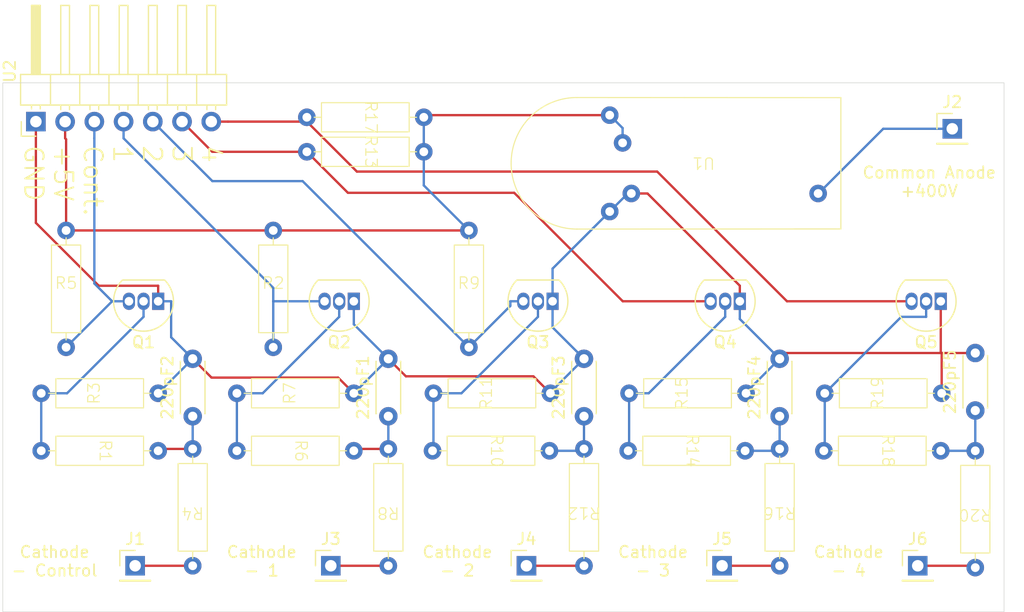
<source format=kicad_pcb>
(kicad_pcb (version 20240108) (generator "pcbnew") (generator_version "8.0")
  (layers (0 "F.Cu" signal) (31 "B.Cu" signal) (34 "B.Paste" user) (35 "F.Paste" user) (36 "B.SilkS" user "B.Silkscreen") (37 "F.SilkS" user "F.Silkscreen") (38 "B.Mask" user) (39 "F.Mask" user) (44 "Edge.Cuts" user))
  (net 0 "")
  (net 1 "Net-(220pF1-Pad1)")
  (net 2 "Net-(U1-CONTROL)")
  (net 3 "Net-(Q1-E)")
  (net 4 "Net-(220pF2-Pad1)")
  (net 5 "Net-(J1-Pin_1)")
  (net 6 "Net-(J2-Pin_1)")
  (net 7 "Net-(J3-Pin_1)")
  (net 8 "Net-(Q1-B)")
  (net 9 "Net-(Q1-C)")
  (net 10 "Net-(Q2-C)")
  (net 11 "Net-(Q2-B)")
  (net 12 "Net-(220pF3-Pad1)")
  (net 13 "Net-(220pF4-Pad1)")
  (net 14 "Net-(220pF5-Pad1)")
  (net 15 "Net-(J4-Pin_1)")
  (net 16 "Net-(J5-Pin_1)")
  (net 17 "Net-(J6-Pin_1)")
  (net 18 "Net-(Q3-C)")
  (net 19 "Net-(Q3-B)")
  (net 20 "Net-(Q4-B)")
  (net 21 "Net-(Q4-C)")
  (net 22 "Net-(Q5-B)")
  (net 23 "Net-(Q5-C)")
  (footprint "custom_footprint_library:0.4_pitch_resistor" (layer "F.Cu") (at 133 105.08 180)
    (property "Reference" "R20" (at 0 -0.5 180) (layer "F.SilkS") (effects (font (thickness 0.1))))
    (property "Value" "4.7M")
    (fp_line (start 0 4.445) (end 0 3.81) (stroke (width 0.1)) (layer "F.SilkS"))
    (fp_line (start 0 -3.81) (end 0 -4.445) (stroke (width 0.1)) (layer "F.SilkS"))
    (fp_rect (start -1.27 -3.81) (end 1.27 3.81) (stroke (width 0.1)) (fill none) (layer "F.SilkS"))
    (pad "1" thru_hole circle (at 0 -5.08 180) (size 1.524 1.524) (drill 0.762) (layers "*.Cu" "*.Mask") (net 17 "Net-(J6-Pin_1)"))
    (pad "2" thru_hole circle (at 0 5.08 180) (size 1.524 1.524) (drill 0.762) (layers "*.Cu" "*.Mask") (net 14 "Net-(220pF5-Pad1)"))
  )
  (footprint "custom_footprint_library:0.4_pitch_resistor" (layer "F.Cu") (at 73.92 100 -90)
    (property "Reference" "R6" (at 0 -0.5 -90) (layer "F.SilkS") (effects (font (thickness 0.1))))
    (property "Value" "22K")
    (fp_line (start 0 4.445) (end 0 3.81) (stroke (width 0.1)) (layer "F.SilkS"))
    (fp_line (start 0 -3.81) (end 0 -4.445) (stroke (width 0.1)) (layer "F.SilkS"))
    (fp_rect (start -1.27 -3.81) (end 1.27 3.81) (stroke (width 0.1)) (fill none) (layer "F.SilkS"))
    (pad "1" thru_hole circle (at 0 -5.08 270) (size 1.524 1.524) (drill 0.762) (layers "*.Cu" "*.Mask") (net 1 "Net-(220pF1-Pad1)"))
    (pad "2" thru_hole circle (at 0 5.08 270) (size 1.524 1.524) (drill 0.762) (layers "*.Cu" "*.Mask") (net 11 "Net-(Q2-B)"))
  )
  (footprint "custom_footprint_library:0.4_pitch_resistor" (layer "F.Cu") (at 90.92 100 -90)
    (property "Reference" "R10" (at 0 -0.5 -90) (layer "F.SilkS") (effects (font (thickness 0.1))))
    (property "Value" "22K")
    (fp_line (start 0 4.445) (end 0 3.81) (stroke (width 0.1)) (layer "F.SilkS"))
    (fp_line (start 0 -3.81) (end 0 -4.445) (stroke (width 0.1)) (layer "F.SilkS"))
    (fp_rect (start -1.27 -3.81) (end 1.27 3.81) (stroke (width 0.1)) (fill none) (layer "F.SilkS"))
    (pad "1" thru_hole circle (at 0 -5.08 270) (size 1.524 1.524) (drill 0.762) (layers "*.Cu" "*.Mask") (net 12 "Net-(220pF3-Pad1)"))
    (pad "2" thru_hole circle (at 0 5.08 270) (size 1.524 1.524) (drill 0.762) (layers "*.Cu" "*.Mask") (net 19 "Net-(Q3-B)"))
  )
  (footprint "custom_footprint_library:0.4_pitch_resistor" (layer "F.Cu") (at 108 95 90)
    (property "Reference" "R15" (at 0 -0.5 90) (layer "F.SilkS") (effects (font (thickness 0.1))))
    (property "Value" "100K")
    (fp_line (start 0 -3.81) (end 0 -4.445) (stroke (width 0.1)) (layer "F.SilkS"))
    (fp_line (start 0 4.445) (end 0 3.81) (stroke (width 0.1)) (layer "F.SilkS"))
    (fp_rect (start -1.27 -3.81) (end 1.27 3.81) (stroke (width 0.1)) (fill none) (layer "F.SilkS"))
    (pad "1" thru_hole circle (at 0 -5.08 90) (size 1.524 1.524) (drill 0.762) (layers "*.Cu" "*.Mask") (net 20 "Net-(Q4-B)"))
    (pad "2" thru_hole circle (at 0 5.08 90) (size 1.524 1.524) (drill 0.762) (layers "*.Cu" "*.Mask") (net 3 "Net-(Q1-E)"))
  )
  (footprint "custom_footprint_library:0.4_pitch_resistor" (layer "F.Cu") (at 80 74 -90)
    (property "Reference" "R13" (at 0 -0.5 -90) (layer "F.SilkS") (effects (font (thickness 0.1))))
    (property "Value" "10K")
    (fp_line (start 0 4.445) (end 0 3.81) (stroke (width 0.1)) (layer "F.SilkS"))
    (fp_line (start 0 -3.81) (end 0 -4.445) (stroke (width 0.1)) (layer "F.SilkS"))
    (fp_rect (start -1.27 -3.81) (end 1.27 3.81) (stroke (width 0.1)) (fill none) (layer "F.SilkS"))
    (pad "1" thru_hole circle (at 0 -5.08 270) (size 1.524 1.524) (drill 0.762) (layers "*.Cu" "*.Mask") (net 2 "Net-(U1-CONTROL)"))
    (pad "2" thru_hole circle (at 0 5.08 270) (size 1.524 1.524) (drill 0.762) (layers "*.Cu" "*.Mask") (net 21 "Net-(Q4-C)"))
  )
  (footprint "custom_footprint_library:0.4_pitch_resistor" (layer "F.Cu") (at 56.92 95 90)
    (property "Reference" "R3" (at 0 -0.5 90) (layer "F.SilkS") (effects (font (thickness 0.1))))
    (property "Value" "100K")
    (fp_line (start 0 -3.81) (end 0 -4.445) (stroke (width 0.1)) (layer "F.SilkS"))
    (fp_line (start 0 4.445) (end 0 3.81) (stroke (width 0.1)) (layer "F.SilkS"))
    (fp_rect (start -1.27 -3.81) (end 1.27 3.81) (stroke (width 0.1)) (fill none) (layer "F.SilkS"))
    (pad "1" thru_hole circle (at 0 -5.08 90) (size 1.524 1.524) (drill 0.762) (layers "*.Cu" "*.Mask") (net 8 "Net-(Q1-B)"))
    (pad "2" thru_hole circle (at 0 5.08 90) (size 1.524 1.524) (drill 0.762) (layers "*.Cu" "*.Mask") (net 3 "Net-(Q1-E)"))
  )
  (footprint "custom_footprint_library:0.4_pitch_resistor" (layer "F.Cu") (at 56.92 100 -90)
    (property "Reference" "R1" (at 0 -0.5 -90) (layer "F.SilkS") (effects (font (thickness 0.1))))
    (property "Value" "22K")
    (fp_line (start 0 4.445) (end 0 3.81) (stroke (width 0.1)) (layer "F.SilkS"))
    (fp_line (start 0 -3.81) (end 0 -4.445) (stroke (width 0.1)) (layer "F.SilkS"))
    (fp_rect (start -1.27 -3.81) (end 1.27 3.81) (stroke (width 0.1)) (fill none) (layer "F.SilkS"))
    (pad "1" thru_hole circle (at 0 -5.08 270) (size 1.524 1.524) (drill 0.762) (layers "*.Cu" "*.Mask") (net 4 "Net-(220pF2-Pad1)"))
    (pad "2" thru_hole circle (at 0 5.08 270) (size 1.524 1.524) (drill 0.762) (layers "*.Cu" "*.Mask") (net 8 "Net-(Q1-B)"))
  )
  (footprint "Package_TO_SOT_THT:TO-92_Inline" (layer "F.Cu") (at 112.54 87 180)
    (property "Reference" "Q4" (at 1.27 -3.56 180) (layer "F.SilkS"))
    (property "Value" "2N3904")
    (fp_line (start -0.53 1.85) (end 3.07 1.85) (stroke (width 0.12)) (layer "F.SilkS"))
    (fp_arc (start 1.27 -2.6) (mid 3.672087 -0.994977) (end 3.108478 1.838478) (stroke (width 0.12)) (layer "F.SilkS"))
    (fp_arc (start -0.568478 1.838478) (mid -1.132087 -0.994977) (end 1.27 -2.6) (stroke (width 0.12)) (layer "F.SilkS"))
    (pad "1" thru_hole rect (at 0 0 180) (size 1.05 1.5) (drill 0.75) (layers "*.Cu" "*.Mask") (net 3 "Net-(Q1-E)"))
    (pad "2" thru_hole oval (at 1.27 0 180) (size 1.05 1.5) (drill 0.75) (layers "*.Cu" "*.Mask") (net 20 "Net-(Q4-B)"))
    (pad "3" thru_hole oval (at 2.54 0 180) (size 1.05 1.5) (drill 0.75) (layers "*.Cu" "*.Mask") (net 21 "Net-(Q4-C)"))
  )
  (footprint "custom_footprint_library:0.4_pitch_resistor" (layer "F.Cu") (at 54 85.92)
    (property "Reference" "R5" (at 0 -0.5 0) (layer "F.SilkS") (effects (font (thickness 0.1))))
    (property "Value" "10K")
    (fp_line (start 0 -3.81) (end 0 -4.445) (stroke (width 0.1)) (layer "F.SilkS"))
    (fp_line (start 0 4.445) (end 0 3.81) (stroke (width 0.1)) (layer "F.SilkS"))
    (fp_rect (start -1.27 -3.81) (end 1.27 3.81) (stroke (width 0.1)) (fill none) (layer "F.SilkS"))
    (pad "1" thru_hole circle (at 0 -5.08) (size 1.524 1.524) (drill 0.762) (layers "*.Cu" "*.Mask") (net 2 "Net-(U1-CONTROL)"))
    (pad "2" thru_hole circle (at 0 5.08) (size 1.524 1.524) (drill 0.762) (layers "*.Cu" "*.Mask") (net 9 "Net-(Q1-C)"))
  )
  (footprint "custom_footprint_library:0.4_pitch_resistor" (layer "F.Cu") (at 116 104.92 180)
    (property "Reference" "R16" (at 0 -0.5 180) (layer "F.SilkS") (effects (font (thickness 0.1))))
    (property "Value" "4.7M")
    (fp_line (start 0 4.445) (end 0 3.81) (stroke (width 0.1)) (layer "F.SilkS"))
    (fp_line (start 0 -3.81) (end 0 -4.445) (stroke (width 0.1)) (layer "F.SilkS"))
    (fp_rect (start -1.27 -3.81) (end 1.27 3.81) (stroke (width 0.1)) (fill none) (layer "F.SilkS"))
    (pad "1" thru_hole circle (at 0 -5.08 180) (size 1.524 1.524) (drill 0.762) (layers "*.Cu" "*.Mask") (net 16 "Net-(J5-Pin_1)"))
    (pad "2" thru_hole circle (at 0 5.08 180) (size 1.524 1.524) (drill 0.762) (layers "*.Cu" "*.Mask") (net 13 "Net-(220pF4-Pad1)"))
  )
  (footprint "Connector_PinHeader_2.54mm:PinHeader_1x01_P2.54mm_Vertical" (layer "F.Cu") (at 128 110)
    (property "Reference" "J6" (at 0 -2.33 0) (layer "F.SilkS"))
    (property "Value" "Conn_01x01_Pin")
    (fp_line (start -1.33 -1.33) (end 0 -1.33) (stroke (width 0.12)) (layer "F.SilkS"))
    (fp_line (start -1.33 0) (end -1.33 -1.33) (stroke (width 0.12)) (layer "F.SilkS"))
    (fp_line (start -1.33 1.27) (end -1.33 1.33) (stroke (width 0.12)) (layer "F.SilkS"))
    (fp_line (start -1.33 1.27) (end 1.33 1.27) (stroke (width 0.12)) (layer "F.SilkS"))
    (fp_line (start -1.33 1.33) (end 1.33 1.33) (stroke (width 0.12)) (layer "F.SilkS"))
    (fp_line (start 1.33 1.27) (end 1.33 1.33) (stroke (width 0.12)) (layer "F.SilkS"))
    (pad "1" thru_hole rect (at 0 0) (size 1.7 1.7) (drill 1) (layers "*.Cu" "*.Mask") (net 17 "Net-(J6-Pin_1)"))
  )
  (footprint "Package_TO_SOT_THT:TO-92_Inline" (layer "F.Cu") (at 96.27 87 180)
    (property "Reference" "Q3" (at 1.27 -3.56 180) (layer "F.SilkS"))
    (property "Value" "2N3904")
    (fp_line (start -0.53 1.85) (end 3.07 1.85) (stroke (width 0.12)) (layer "F.SilkS"))
    (fp_arc (start 1.27 -2.6) (mid 3.672087 -0.994977) (end 3.108478 1.838478) (stroke (width 0.12)) (layer "F.SilkS"))
    (fp_arc (start -0.568478 1.838478) (mid -1.132087 -0.994977) (end 1.27 -2.6) (stroke (width 0.12)) (layer "F.SilkS"))
    (pad "1" thru_hole rect (at 0 0 180) (size 1.05 1.5) (drill 0.75) (layers "*.Cu" "*.Mask") (net 3 "Net-(Q1-E)"))
    (pad "2" thru_hole oval (at 1.27 0 180) (size 1.05 1.5) (drill 0.75) (layers "*.Cu" "*.Mask") (net 19 "Net-(Q3-B)"))
    (pad "3" thru_hole oval (at 2.54 0 180) (size 1.05 1.5) (drill 0.75) (layers "*.Cu" "*.Mask") (net 18 "Net-(Q3-C)"))
  )
  (footprint "Connector_PinHeader_2.54mm:PinHeader_1x01_P2.54mm_Vertical" (layer "F.Cu") (at 60 110)
    (property "Reference" "J1" (at 0 -2.33 0) (layer "F.SilkS"))
    (property "Value" "Conn_01x01_Pin")
    (fp_line (start -1.33 -1.33) (end 0 -1.33) (stroke (width 0.12)) (layer "F.SilkS"))
    (fp_line (start -1.33 0) (end -1.33 -1.33) (stroke (width 0.12)) (layer "F.SilkS"))
    (fp_line (start -1.33 1.27) (end -1.33 1.33) (stroke (width 0.12)) (layer "F.SilkS"))
    (fp_line (start -1.33 1.27) (end 1.33 1.27) (stroke (width 0.12)) (layer "F.SilkS"))
    (fp_line (start -1.33 1.33) (end 1.33 1.33) (stroke (width 0.12)) (layer "F.SilkS"))
    (fp_line (start 1.33 1.27) (end 1.33 1.33) (stroke (width 0.12)) (layer "F.SilkS"))
    (pad "1" thru_hole rect (at 0 0) (size 1.7 1.7) (drill 1) (layers "*.Cu" "*.Mask") (net 5 "Net-(J1-Pin_1)"))
  )
  (footprint "custom_footprint_library:0.4_pitch_resistor" (layer "F.Cu") (at 124.92 100 -90)
    (property "Reference" "R18" (at 0 -0.5 -90) (layer "F.SilkS") (effects (font (thickness 0.1))))
    (property "Value" "22K")
    (fp_line (start 0 4.445) (end 0 3.81) (stroke (width 0.1)) (layer "F.SilkS"))
    (fp_line (start 0 -3.81) (end 0 -4.445) (stroke (width 0.1)) (layer "F.SilkS"))
    (fp_rect (start -1.27 -3.81) (end 1.27 3.81) (stroke (width 0.1)) (fill none) (layer "F.SilkS"))
    (pad "1" thru_hole circle (at 0 -5.08 270) (size 1.524 1.524) (drill 0.762) (layers "*.Cu" "*.Mask") (net 14 "Net-(220pF5-Pad1)"))
    (pad "2" thru_hole circle (at 0 5.08 270) (size 1.524 1.524) (drill 0.762) (layers "*.Cu" "*.Mask") (net 22 "Net-(Q5-B)"))
  )
  (footprint "custom_footprint_library:0.4_pitch_resistor" (layer "F.Cu") (at 65 104.92 180)
    (property "Reference" "R4" (at 0 -0.5 180) (layer "F.SilkS") (effects (font (thickness 0.1))))
    (property "Value" "4.7M")
    (fp_line (start 0 4.445) (end 0 3.81) (stroke (width 0.1)) (layer "F.SilkS"))
    (fp_line (start 0 -3.81) (end 0 -4.445) (stroke (width 0.1)) (layer "F.SilkS"))
    (fp_rect (start -1.27 -3.81) (end 1.27 3.81) (stroke (width 0.1)) (fill none) (layer "F.SilkS"))
    (pad "1" thru_hole circle (at 0 -5.08 180) (size 1.524 1.524) (drill 0.762) (layers "*.Cu" "*.Mask") (net 5 "Net-(J1-Pin_1)"))
    (pad "2" thru_hole circle (at 0 5.08 180) (size 1.524 1.524) (drill 0.762) (layers "*.Cu" "*.Mask") (net 4 "Net-(220pF2-Pad1)"))
  )
  (footprint "Connector_PinHeader_2.54mm:PinHeader_1x01_P2.54mm_Vertical" (layer "F.Cu") (at 131 72)
    (property "Reference" "J2" (at 0 -2.33 0) (layer "F.SilkS"))
    (property "Value" "Conn_01x01_Pin")
    (fp_line (start -1.33 -1.33) (end 0 -1.33) (stroke (width 0.12)) (layer "F.SilkS"))
    (fp_line (start -1.33 0) (end -1.33 -1.33) (stroke (width 0.12)) (layer "F.SilkS"))
    (fp_line (start -1.33 1.27) (end -1.33 1.33) (stroke (width 0.12)) (layer "F.SilkS"))
    (fp_line (start -1.33 1.27) (end 1.33 1.27) (stroke (width 0.12)) (layer "F.SilkS"))
    (fp_line (start -1.33 1.33) (end 1.33 1.33) (stroke (width 0.12)) (layer "F.SilkS"))
    (fp_line (start 1.33 1.27) (end 1.33 1.33) (stroke (width 0.12)) (layer "F.SilkS"))
    (pad "1" thru_hole rect (at 0 0) (size 1.7 1.7) (drill 1) (layers "*.Cu" "*.Mask") (net 6 "Net-(J2-Pin_1)"))
  )
  (footprint "custom_footprint_library:xp_power_dc_dc_converter" (layer "F.Cu") (at 107 75 180)
    (property "Reference" "U1" (at -2.39 0.01 180) (layer "F.SilkS") (effects (font (thickness 0.1))))
    (property "Value" "~")
    (fp_line (start -14.32 5.71) (end 8.61 5.72) (stroke (width 0.1)) (layer "F.SilkS"))
    (fp_line (start -14.32 -5.71) (end 8.61 -5.72) (stroke (width 0.1)) (layer "F.SilkS"))
    (fp_line (start -14.32 -5.71) (end -14.32 5.71) (stroke (width 0.1)) (layer "F.SilkS"))
    (fp_arc (start 8.61 -5.72) (mid 14.33 0) (end 8.61 5.72) (stroke (width 0.1)) (layer "F.SilkS"))
    (pad "1" thru_hole circle (at 5.765 -4.195 180) (size 1.524 1.524) (drill 0.762) (layers "*.Cu" "*.Mask") (net 3 "Net-(Q1-E)"))
    (pad "2" thru_hole circle (at 4.645 1.775 180) (size 1.524 1.524) (drill 0.762) (layers "*.Cu" "*.Mask") (net 2 "Net-(U1-CONTROL)"))
    (pad "3" thru_hole circle (at -12.345 -2.625 180) (size 1.524 1.524) (drill 0.762) (layers "*.Cu" "*.Mask") (net 6 "Net-(J2-Pin_1)"))
    (pad "4" thru_hole circle (at 3.885 -2.625 180) (size 1.524 1.524) (drill 0.762) (layers "*.Cu" "*.Mask") (net 3 "Net-(Q1-E)"))
    (pad "5" thru_hole circle (at 5.765 4.185 180) (size 1.524 1.524) (drill 0.762) (layers "*.Cu" "*.Mask") (net 2 "Net-(U1-CONTROL)"))
  )
  (footprint "Package_TO_SOT_THT:TO-92_Inline" (layer "F.Cu") (at 79 87 180)
    (property "Reference" "Q2" (at 1.27 -3.56 180) (layer "F.SilkS"))
    (property "Value" "2N3904")
    (fp_line (start -0.53 1.85) (end 3.07 1.85) (stroke (width 0.12)) (layer "F.SilkS"))
    (fp_arc (start 1.27 -2.6) (mid 3.672087 -0.994977) (end 3.108478 1.838478) (stroke (width 0.12)) (layer "F.SilkS"))
    (fp_arc (start -0.568478 1.838478) (mid -1.132087 -0.994977) (end 1.27 -2.6) (stroke (width 0.12)) (layer "F.SilkS"))
    (pad "1" thru_hole rect (at 0 0 180) (size 1.05 1.5) (drill 0.75) (layers "*.Cu" "*.Mask") (net 3 "Net-(Q1-E)"))
    (pad "2" thru_hole oval (at 1.27 0 180) (size 1.05 1.5) (drill 0.75) (layers "*.Cu" "*.Mask") (net 11 "Net-(Q2-B)"))
    (pad "3" thru_hole oval (at 2.54 0 180) (size 1.05 1.5) (drill 0.75) (layers "*.Cu" "*.Mask") (net 10 "Net-(Q2-C)"))
  )
  (footprint "Package_TO_SOT_THT:TO-92_Inline" (layer "F.Cu") (at 130 87 180)
    (property "Reference" "Q5" (at 1.27 -3.56 180) (layer "F.SilkS"))
    (property "Value" "2N3904")
    (fp_line (start -0.53 1.85) (end 3.07 1.85) (stroke (width 0.12)) (layer "F.SilkS"))
    (fp_arc (start 1.27 -2.6) (mid 3.672087 -0.994977) (end 3.108478 1.838478) (stroke (width 0.12)) (layer "F.SilkS"))
    (fp_arc (start -0.568478 1.838478) (mid -1.132087 -0.994977) (end 1.27 -2.6) (stroke (width 0.12)) (layer "F.SilkS"))
    (pad "1" thru_hole rect (at 0 0 180) (size 1.05 1.5) (drill 0.75) (layers "*.Cu" "*.Mask") (net 3 "Net-(Q1-E)"))
    (pad "2" thru_hole oval (at 1.27 0 180) (size 1.05 1.5) (drill 0.75) (layers "*.Cu" "*.Mask") (net 22 "Net-(Q5-B)"))
    (pad "3" thru_hole oval (at 2.54 0 180) (size 1.05 1.5) (drill 0.75) (layers "*.Cu" "*.Mask") (net 23 "Net-(Q5-C)"))
  )
  (footprint "Capacitor_THT:C_Disc_D4.3mm_W1.9mm_P5.00mm" (layer "F.Cu") (at 99 97 90)
    (property "Reference" "220pF3" (at 2.5 -2.2 -90) (layer "F.SilkS"))
    (property "Value" "C")
    (fp_line (start 4.77 -1.07) (end 4.77 -1.055) (stroke (width 0.12)) (layer "F.SilkS"))
    (fp_line (start 0.23 -1.07) (end 4.77 -1.07) (stroke (width 0.12)) (layer "F.SilkS"))
    (fp_line (start 0.23 -1.07) (end 0.23 -1.055) (stroke (width 0.12)) (layer "F.SilkS"))
    (fp_line (start 4.77 1.055) (end 4.77 1.07) (stroke (width 0.12)) (layer "F.SilkS"))
    (fp_line (start 0.23 1.055) (end 0.23 1.07) (stroke (width 0.12)) (layer "F.SilkS"))
    (fp_line (start 0.23 1.07) (end 4.77 1.07) (stroke (width 0.12)) (layer "F.SilkS"))
    (pad "1" thru_hole circle (at 0 0 90) (size 1.6 1.6) (drill 0.8) (layers "*.Cu" "*.Mask") (net 12 "Net-(220pF3-Pad1)"))
    (pad "2" thru_hole circle (at 5 0 90) (size 1.6 1.6) (drill 0.8) (layers "*.Cu" "*.Mask") (net 3 "Net-(Q1-E)"))
  )
  (footprint "Capacitor_THT:C_Disc_D4.3mm_W1.9mm_P5.00mm" (layer "F.Cu") (at 82 97 90)
    (property "Reference" "220pF1" (at 2.5 -2.2 -90) (layer "F.SilkS"))
    (property "Value" "C")
    (fp_line (start 4.77 -1.07) (end 4.77 -1.055) (stroke (width 0.12)) (layer "F.SilkS"))
    (fp_line (start 0.23 -1.07) (end 4.77 -1.07) (stroke (width 0.12)) (layer "F.SilkS"))
    (fp_line (start 0.23 -1.07) (end 0.23 -1.055) (stroke (width 0.12)) (layer "F.SilkS"))
    (fp_line (start 4.77 1.055) (end 4.77 1.07) (stroke (width 0.12)) (layer "F.SilkS"))
    (fp_line (start 0.23 1.055) (end 0.23 1.07) (stroke (width 0.12)) (layer "F.SilkS"))
    (fp_line (start 0.23 1.07) (end 4.77 1.07) (stroke (width 0.12)) (layer "F.SilkS"))
    (pad "1" thru_hole circle (at 0 0 90) (size 1.6 1.6) (drill 0.8) (layers "*.Cu" "*.Mask") (net 1 "Net-(220pF1-Pad1)"))
    (pad "2" thru_hole circle (at 5 0 90) (size 1.6 1.6) (drill 0.8) (layers "*.Cu" "*.Mask") (net 3 "Net-(Q1-E)"))
  )
  (footprint "custom_footprint_library:0.4_pitch_resistor" (layer "F.Cu") (at 72 85.92)
    (property "Reference" "R2" (at 0 -0.5 0) (layer "F.SilkS") (effects (font (thickness 0.1))))
    (property "Value" "10K")
    (fp_line (start 0 -3.81) (end 0 -4.445) (stroke (width 0.1)) (layer "F.SilkS"))
    (fp_line (start 0 4.445) (end 0 3.81) (stroke (width 0.1)) (layer "F.SilkS"))
    (fp_rect (start -1.27 -3.81) (end 1.27 3.81) (stroke (width 0.1)) (fill none) (layer "F.SilkS"))
    (pad "1" thru_hole circle (at 0 -5.08) (size 1.524 1.524) (drill 0.762) (layers "*.Cu" "*.Mask") (net 2 "Net-(U1-CONTROL)"))
    (pad "2" thru_hole circle (at 0 5.08) (size 1.524 1.524) (drill 0.762) (layers "*.Cu" "*.Mask") (net 10 "Net-(Q2-C)"))
  )
  (footprint "Capacitor_THT:C_Disc_D4.3mm_W1.9mm_P5.00mm" (layer "F.Cu") (at 133 96.5 90)
    (property "Reference" "220pF5" (at 2.5 -2.2 -90) (layer "F.SilkS"))
    (property "Value" "C")
    (fp_line (start 4.77 -1.07) (end 4.77 -1.055) (stroke (width 0.12)) (layer "F.SilkS"))
    (fp_line (start 0.23 -1.07) (end 4.77 -1.07) (stroke (width 0.12)) (layer "F.SilkS"))
    (fp_line (start 0.23 -1.07) (end 0.23 -1.055) (stroke (width 0.12)) (layer "F.SilkS"))
    (fp_line (start 4.77 1.055) (end 4.77 1.07) (stroke (width 0.12)) (layer "F.SilkS"))
    (fp_line (start 0.23 1.055) (end 0.23 1.07) (stroke (width 0.12)) (layer "F.SilkS"))
    (fp_line (start 0.23 1.07) (end 4.77 1.07) (stroke (width 0.12)) (layer "F.SilkS"))
    (pad "1" thru_hole circle (at 0 0 90) (size 1.6 1.6) (drill 0.8) (layers "*.Cu" "*.Mask") (net 14 "Net-(220pF5-Pad1)"))
    (pad "2" thru_hole circle (at 5 0 90) (size 1.6 1.6) (drill 0.8) (layers "*.Cu" "*.Mask") (net 3 "Net-(Q1-E)"))
  )
  (footprint "custom_footprint_library:0.4_pitch_resistor" (layer "F.Cu") (at 82 104.92 180)
    (property "Reference" "R8" (at 0 -0.5 180) (layer "F.SilkS") (effects (font (thickness 0.1))))
    (property "Value" "4.7M")
    (fp_line (start 0 4.445) (end 0 3.81) (stroke (width 0.1)) (layer "F.SilkS"))
    (fp_line (start 0 -3.81) (end 0 -4.445) (stroke (width 0.1)) (layer "F.SilkS"))
    (fp_rect (start -1.27 -3.81) (end 1.27 3.81) (stroke (width 0.1)) (fill none) (layer "F.SilkS"))
    (pad "1" thru_hole circle (at 0 -5.08 180) (size 1.524 1.524) (drill 0.762) (layers "*.Cu" "*.Mask") (net 7 "Net-(J3-Pin_1)"))
    (pad "2" thru_hole circle (at 0 5.08 180) (size 1.524 1.524) (drill 0.762) (layers "*.Cu" "*.Mask") (net 1 "Net-(220pF1-Pad1)"))
  )
  (footprint "Capacitor_THT:C_Disc_D4.3mm_W1.9mm_P5.00mm" (layer "F.Cu") (at 116 97 90)
    (property "Reference" "220pF4" (at 2.5 -2.2 -90) (layer "F.SilkS"))
    (property "Value" "C")
    (fp_line (start 4.77 -1.07) (end 4.77 -1.055) (stroke (width 0.12)) (layer "F.SilkS"))
    (fp_line (start 0.23 -1.07) (end 4.77 -1.07) (stroke (width 0.12)) (layer "F.SilkS"))
    (fp_line (start 0.23 -1.07) (end 0.23 -1.055) (stroke (width 0.12)) (layer "F.SilkS"))
    (fp_line (start 4.77 1.055) (end 4.77 1.07) (stroke (width 0.12)) (layer "F.SilkS"))
    (fp_line (start 0.23 1.055) (end 0.23 1.07) (stroke (width 0.12)) (layer "F.SilkS"))
    (fp_line (start 0.23 1.07) (end 4.77 1.07) (stroke (width 0.12)) (layer "F.SilkS"))
    (pad "1" thru_hole circle (at 0 0 90) (size 1.6 1.6) (drill 0.8) (layers "*.Cu" "*.Mask") (net 13 "Net-(220pF4-Pad1)"))
    (pad "2" thru_hole circle (at 5 0 90) (size 1.6 1.6) (drill 0.8) (layers "*.Cu" "*.Mask") (net 3 "Net-(Q1-E)"))
  )
  (footprint "custom_footprint_library:0.4_pitch_resistor" (layer "F.Cu") (at 80 71 -90)
    (property "Reference" "R17" (at 0 -0.5 -90) (layer "F.SilkS") (effects (font (thickness 0.1))))
    (property "Value" "10K")
    (fp_line (start 0 4.445) (end 0 3.81) (stroke (width 0.1)) (layer "F.SilkS"))
    (fp_line (start 0 -3.81) (end 0 -4.445) (stroke (width 0.1)) (layer "F.SilkS"))
    (fp_rect (start -1.27 -3.81) (end 1.27 3.81) (stroke (width 0.1)) (fill none) (layer "F.SilkS"))
    (pad "1" thru_hole circle (at 0 -5.08 270) (size 1.524 1.524) (drill 0.762) (layers "*.Cu" "*.Mask") (net 2 "Net-(U1-CONTROL)"))
    (pad "2" thru_hole circle (at 0 5.08 270) (size 1.524 1.524) (drill 0.762) (layers "*.Cu" "*.Mask") (net 23 "Net-(Q5-C)"))
  )
  (footprint "Connector_PinHeader_2.54mm:PinHeader_1x01_P2.54mm_Vertical" (layer "F.Cu") (at 77 110)
    (property "Reference" "J3" (at 0 -2.33 0) (layer "F.SilkS"))
    (property "Value" "Conn_01x01_Pin")
    (fp_line (start -1.33 -1.33) (end 0 -1.33) (stroke (width 0.12)) (layer "F.SilkS"))
    (fp_line (start -1.33 0) (end -1.33 -1.33) (stroke (width 0.12)) (layer "F.SilkS"))
    (fp_line (start -1.33 1.27) (end -1.33 1.33) (stroke (width 0.12)) (layer "F.SilkS"))
    (fp_line (start -1.33 1.27) (end 1.33 1.27) (stroke (width 0.12)) (layer "F.SilkS"))
    (fp_line (start -1.33 1.33) (end 1.33 1.33) (stroke (width 0.12)) (layer "F.SilkS"))
    (fp_line (start 1.33 1.27) (end 1.33 1.33) (stroke (width 0.12)) (layer "F.SilkS"))
    (pad "1" thru_hole rect (at 0 0) (size 1.7 1.7) (drill 1) (layers "*.Cu" "*.Mask") (net 7 "Net-(J3-Pin_1)"))
  )
  (footprint "custom_footprint_library:0.4_pitch_resistor" (layer "F.Cu") (at 125 95 90)
    (property "Reference" "R19" (at 0 -0.5 90) (layer "F.SilkS") (effects (font (thickness 0.1))))
    (property "Value" "100K")
    (fp_line (start 0 -3.81) (end 0 -4.445) (stroke (width 0.1)) (layer "F.SilkS"))
    (fp_line (start 0 4.445) (end 0 3.81) (stroke (width 0.1)) (layer "F.SilkS"))
    (fp_rect (start -1.27 -3.81) (end 1.27 3.81) (stroke (width 0.1)) (fill none) (layer "F.SilkS"))
    (pad "1" thru_hole circle (at 0 -5.08 90) (size 1.524 1.524) (drill 0.762) (layers "*.Cu" "*.Mask") (net 22 "Net-(Q5-B)"))
    (pad "2" thru_hole circle (at 0 5.08 90) (size 1.524 1.524) (drill 0.762) (layers "*.Cu" "*.Mask") (net 3 "Net-(Q1-E)"))
  )
  (footprint "custom_footprint_library:0.4_pitch_resistor" (layer "F.Cu") (at 91 95 90)
    (property "Reference" "R11" (at 0 -0.5 90) (layer "F.SilkS") (effects (font (thickness 0.1))))
    (property "Value" "100K")
    (fp_line (start 0 -3.81) (end 0 -4.445) (stroke (width 0.1)) (layer "F.SilkS"))
    (fp_line (start 0 4.445) (end 0 3.81) (stroke (width 0.1)) (layer "F.SilkS"))
    (fp_rect (start -1.27 -3.81) (end 1.27 3.81) (stroke (width 0.1)) (fill none) (layer "F.SilkS"))
    (pad "1" thru_hole circle (at 0 -5.08 90) (size 1.524 1.524) (drill 0.762) (layers "*.Cu" "*.Mask") (net 19 "Net-(Q3-B)"))
    (pad "2" thru_hole circle (at 0 5.08 90) (size 1.524 1.524) (drill 0.762) (layers "*.Cu" "*.Mask") (net 3 "Net-(Q1-E)"))
  )
  (footprint "Connector_PinHeader_2.54mm:PinHeader_1x01_P2.54mm_Vertical" (layer "F.Cu") (at 94 110)
    (property "Reference" "J4" (at 0 -2.33 0) (layer "F.SilkS"))
    (property "Value" "Conn_01x01_Pin")
    (fp_line (start -1.33 -1.33) (end 0 -1.33) (stroke (width 0.12)) (layer "F.SilkS"))
    (fp_line (start -1.33 0) (end -1.33 -1.33) (stroke (width 0.12)) (layer "F.SilkS"))
    (fp_line (start -1.33 1.27) (end -1.33 1.33) (stroke (width 0.12)) (layer "F.SilkS"))
    (fp_line (start -1.33 1.27) (end 1.33 1.27) (stroke (width 0.12)) (layer "F.SilkS"))
    (fp_line (start -1.33 1.33) (end 1.33 1.33) (stroke (width 0.12)) (layer "F.SilkS"))
    (fp_line (start 1.33 1.27) (end 1.33 1.33) (stroke (width 0.12)) (layer "F.SilkS"))
    (pad "1" thru_hole rect (at 0 0) (size 1.7 1.7) (drill 1) (layers "*.Cu" "*.Mask") (net 15 "Net-(J4-Pin_1)"))
  )
  (footprint "Connector_PinHeader_2.54mm:PinHeader_1x01_P2.54mm_Vertical" (layer "F.Cu") (at 111 110)
    (property "Reference" "J5" (at 0 -2.33 0) (layer "F.SilkS"))
    (property "Value" "Conn_01x01_Pin")
    (fp_line (start -1.33 -1.33) (end 0 -1.33) (stroke (width 0.12)) (layer "F.SilkS"))
    (fp_line (start -1.33 0) (end -1.33 -1.33) (stroke (width 0.12)) (layer "F.SilkS"))
    (fp_line (start -1.33 1.27) (end -1.33 1.33) (stroke (width 0.12)) (layer "F.SilkS"))
    (fp_line (start -1.33 1.27) (end 1.33 1.27) (stroke (width 0.12)) (layer "F.SilkS"))
    (fp_line (start -1.33 1.33) (end 1.33 1.33) (stroke (width 0.12)) (layer "F.SilkS"))
    (fp_line (start 1.33 1.27) (end 1.33 1.33) (stroke (width 0.12)) (layer "F.SilkS"))
    (pad "1" thru_hole rect (at 0 0) (size 1.7 1.7) (drill 1) (layers "*.Cu" "*.Mask") (net 16 "Net-(J5-Pin_1)"))
  )
  (footprint "Connector_PinHeader_2.54mm:PinHeader_1x07_P2.54mm_Horizontal" (layer "F.Cu") (at 51.375 71.375 90)
    (property "Reference" "U2" (at 4.385 -2.27 -90) (layer "F.SilkS"))
    (property "Value" "~")
    (fp_line (start 4.1 -1.33) (end 1.44 -1.33) (stroke (width 0.12)) (layer "F.SilkS"))
    (fp_line (start 1.44 -1.33) (end 1.44 16.57) (stroke (width 0.12)) (layer "F.SilkS"))
    (fp_line (start -1.27 -1.27) (end 0 -1.27) (stroke (width 0.12)) (layer "F.SilkS"))
    (fp_line (start 10.1 -0.38) (end 10.1 0.38) (stroke (width 0.12)) (layer "F.SilkS"))
    (fp_line (start 4.1 -0.38) (end 10.1 -0.38) (stroke (width 0.12)) (layer "F.SilkS"))
    (fp_line (start 1.11 -0.38) (end 1.44 -0.38) (stroke (width 0.12)) (layer "F.SilkS"))
    (fp_line (start 4.1 -0.32) (end 10.1 -0.32) (stroke (width 0.12)) (layer "F.SilkS"))
    (fp_line (start 4.1 -0.2) (end 10.1 -0.2) (stroke (width 0.12)) (layer "F.SilkS"))
    (fp_line (start 4.1 -0.08) (end 10.1 -0.08) (stroke (width 0.12)) (layer "F.SilkS"))
    (fp_line (start -1.27 0) (end -1.27 -1.27) (stroke (width 0.12)) (layer "F.SilkS"))
    (fp_line (start 4.1 0.04) (end 10.1 0.04) (stroke (width 0.12)) (layer "F.SilkS"))
    (fp_line (start 4.1 0.16) (end 10.1 0.16) (stroke (width 0.12)) (layer "F.SilkS"))
    (fp_line (start 4.1 0.28) (end 10.1 0.28) (stroke (width 0.12)) (layer "F.SilkS"))
    (fp_line (start 10.1 0.38) (end 4.1 0.38) (stroke (width 0.12)) (layer "F.SilkS"))
    (fp_line (start 1.11 0.38) (end 1.44 0.38) (stroke (width 0.12)) (layer "F.SilkS"))
    (fp_line (start 1.44 1.27) (end 4.1 1.27) (stroke (width 0.12)) (layer "F.SilkS"))
    (fp_line (start 10.1 2.16) (end 10.1 2.92) (stroke (width 0.12)) (layer "F.SilkS"))
    (fp_line (start 4.1 2.16) (end 10.1 2.16) (stroke (width 0.12)) (layer "F.SilkS"))
    (fp_line (start 1.042929 2.16) (end 1.44 2.16) (stroke (width 0.12)) (layer "F.SilkS"))
    (fp_line (start 10.1 2.92) (end 4.1 2.92) (stroke (width 0.12)) (layer "F.SilkS"))
    (fp_line (start 1.042929 2.92) (end 1.44 2.92) (stroke (width 0.12)) (layer "F.SilkS"))
    (fp_line (start 1.44 3.81) (end 4.1 3.81) (stroke (width 0.12)) (layer "F.SilkS"))
    (fp_line (start 10.1 4.7) (end 10.1 5.46) (stroke (width 0.12)) (layer "F.SilkS"))
    (fp_line (start 4.1 4.7) (end 10.1 4.7) (stroke (width 0.12)) (layer "F.SilkS"))
    (fp_line (start 1.042929 4.7) (end 1.44 4.7) (stroke (width 0.12)) (layer "F.SilkS"))
    (fp_line (start 10.1 5.46) (end 4.1 5.46) (stroke (width 0.12)) (layer "F.SilkS"))
    (fp_line (start 1.042929 5.46) (end 1.44 5.46) (stroke (width 0.12)) (layer "F.SilkS"))
    (fp_line (start 1.44 6.35) (end 4.1 6.35) (stroke (width 0.12)) (layer "F.SilkS"))
    (fp_line (start 10.1 7.24) (end 10.1 8) (stroke (width 0.12)) (layer "F.SilkS"))
    (fp_line (start 4.1 7.24) (end 10.1 7.24) (stroke (width 0.12)) (layer "F.SilkS"))
    (fp_line (start 1.042929 7.24) (end 1.44 7.24) (stroke (width 0.12)) (layer "F.SilkS"))
    (fp_line (start 10.1 8) (end 4.1 8) (stroke (width 0.12)) (layer "F.SilkS"))
    (fp_line (start 1.042929 8) (end 1.44 8) (stroke (width 0.12)) (layer "F.SilkS"))
    (fp_line (start 1.44 8.89) (end 4.1 8.89) (stroke (width 0.12)) (layer "F.SilkS"))
    (fp_line (start 10.1 9.78) (end 10.1 10.54) (stroke (width 0.12)) (layer "F.SilkS"))
    (fp_line (start 4.1 9.78) (end 10.1 9.78) (stroke (width 0.12)) (layer "F.SilkS"))
    (fp_line (start 1.042929 9.78) (end 1.44 9.78) (stroke (width 0.12)) (layer "F.SilkS"))
    (fp_line (start 10.1 10.54) (end 4.1 10.54) (stroke (width 0.12)) (layer "F.SilkS"))
    (fp_line (start 1.042929 10.54) (end 1.44 10.54) (stroke (width 0.12)) (layer "F.SilkS"))
    (fp_line (start 1.44 11.43) (end 4.1 11.43) (stroke (width 0.12)) (layer "F.SilkS"))
    (fp_line (start 10.1 12.32) (end 10.1 13.08) (stroke (width 0.12)) (layer "F.SilkS"))
    (fp_line (start 4.1 12.32) (end 10.1 12.32) (stroke (width 0.12)) (layer "F.SilkS"))
    (fp_line (start 1.042929 12.32) (end 1.44 12.32) (stroke (width 0.12)) (layer "F.SilkS"))
    (fp_line (start 10.1 13.08) (end 4.1 13.08) (stroke (width 0.12)) (layer "F.SilkS"))
    (fp_line (start 1.042929 13.08) (end 1.44 13.08) (stroke (width 0.12)) (layer "F.SilkS"))
    (fp_line (start 1.44 13.97) (end 4.1 13.97) (stroke (width 0.12)) (layer "F.SilkS"))
    (fp_line (start 10.1 14.86) (end 10.1 15.62) (stroke (width 0.12)) (layer "F.SilkS"))
    (fp_line (start 4.1 14.86) (end 10.1 14.86) (stroke (width 0.12)) (layer "F.SilkS"))
    (fp_line (start 1.042929 14.86) (end 1.44 14.86) (stroke (width 0.12)) (layer "F.SilkS"))
    (fp_line (start 10.1 15.62) (end 4.1 15.62) (stroke (width 0.12)) (layer "F.SilkS"))
    (fp_line (start 1.042929 15.62) (end 1.44 15.62) (stroke (width 0.12)) (layer "F.SilkS"))
    (fp_line (start 4.1 16.57) (end 4.1 -1.33) (stroke (width 0.12)) (layer "F.SilkS"))
    (fp_line (start 1.44 16.57) (end 4.1 16.57) (stroke (width 0.12)) (layer "F.SilkS"))
    (pad "1" thru_hole rect (at 0 0 90) (size 1.7 1.7) (drill 1) (layers "*.Cu" "*.Mask") (net 3 "Net-(Q1-E)"))
    (pad "2" thru_hole oval (at 0 2.54 90) (size 1.7 1.7) (drill 1) (layers "*.Cu" "*.Mask") (net 2 "Net-(U1-CONTROL)"))
    (pad "3" thru_hole oval (at 0 5.08 90) (size 1.7 1.7) (drill 1) (layers "*.Cu" "*.Mask") (net 9 "Net-(Q1-C)"))
    (pad "4" thru_hole oval (at 0 7.62 90) (size 1.7 1.7) (drill 1) (layers "*.Cu" "*.Mask") (net 10 "Net-(Q2-C)"))
    (pad "5" thru_hole oval (at 0 10.16 90) (size 1.7 1.7) (drill 1) (layers "*.Cu" "*.Mask") (net 18 "Net-(Q3-C)"))
    (pad "6" thru_hole oval (at 0 12.7 90) (size 1.7 1.7) (drill 1) (layers "*.Cu" "*.Mask") (net 21 "Net-(Q4-C)"))
    (pad "7" thru_hole oval (at 0 15.24 90) (size 1.7 1.7) (drill 1) (layers "*.Cu" "*.Mask") (net 23 "Net-(Q5-C)"))
  )
  (footprint "Package_TO_SOT_THT:TO-92_Inline" (layer "F.Cu") (at 62 87 180)
    (property "Reference" "Q1" (at 1.27 -3.56 180) (layer "F.SilkS"))
    (property "Value" "2N3904")
    (fp_line (start -0.53 1.85) (end 3.07 1.85) (stroke (width 0.12)) (layer "F.SilkS"))
    (fp_arc (start 1.27 -2.6) (mid 3.672087 -0.994977) (end 3.108478 1.838478) (stroke (width 0.12)) (layer "F.SilkS"))
    (fp_arc (start -0.568478 1.838478) (mid -1.132087 -0.994977) (end 1.27 -2.6) (stroke (width 0.12)) (layer "F.SilkS"))
    (pad "1" thru_hole rect (at 0 0 180) (size 1.05 1.5) (drill 0.75) (layers "*.Cu" "*.Mask") (net 3 "Net-(Q1-E)"))
    (pad "2" thru_hole oval (at 1.27 0 180) (size 1.05 1.5) (drill 0.75) (layers "*.Cu" "*.Mask") (net 8 "Net-(Q1-B)"))
    (pad "3" thru_hole oval (at 2.54 0 180) (size 1.05 1.5) (drill 0.75) (layers "*.Cu" "*.Mask") (net 9 "Net-(Q1-C)"))
  )
  (footprint "custom_footprint_library:0.4_pitch_resistor" (layer "F.Cu") (at 89 85.92)
    (property "Reference" "R9" (at 0 -0.5 0) (layer "F.SilkS") (effects (font (thickness 0.1))))
    (property "Value" "10K")
    (fp_line (start 0 -3.81) (end 0 -4.445) (stroke (width 0.1)) (layer "F.SilkS"))
    (fp_line (start 0 4.445) (end 0 3.81) (stroke (width 0.1)) (layer "F.SilkS"))
    (fp_rect (start -1.27 -3.81) (end 1.27 3.81) (stroke (width 0.1)) (fill none) (layer "F.SilkS"))
    (pad "1" thru_hole circle (at 0 -5.08) (size 1.524 1.524) (drill 0.762) (layers "*.Cu" "*.Mask") (net 2 "Net-(U1-CONTROL)"))
    (pad "2" thru_hole circle (at 0 5.08) (size 1.524 1.524) (drill 0.762) (layers "*.Cu" "*.Mask") (net 18 "Net-(Q3-C)"))
  )
  (footprint "Capacitor_THT:C_Disc_D4.3mm_W1.9mm_P5.00mm" (layer "F.Cu") (at 65 97 90)
    (property "Reference" "220pF2" (at 2.5 -2.2 -90) (layer "F.SilkS"))
    (property "Value" "C")
    (fp_line (start 4.77 -1.07) (end 4.77 -1.055) (stroke (width 0.12)) (layer "F.SilkS"))
    (fp_line (start 0.23 -1.07) (end 4.77 -1.07) (stroke (width 0.12)) (layer "F.SilkS"))
    (fp_line (start 0.23 -1.07) (end 0.23 -1.055) (stroke (width 0.12)) (layer "F.SilkS"))
    (fp_line (start 4.77 1.055) (end 4.77 1.07) (stroke (width 0.12)) (layer "F.SilkS"))
    (fp_line (start 0.23 1.055) (end 0.23 1.07) (stroke (width 0.12)) (layer "F.SilkS"))
    (fp_line (start 0.23 1.07) (end 4.77 1.07) (stroke (width 0.12)) (layer "F.SilkS"))
    (pad "1" thru_hole circle (at 0 0 90) (size 1.6 1.6) (drill 0.8) (layers "*.Cu" "*.Mask") (net 4 "Net-(220pF2-Pad1)"))
    (pad "2" thru_hole circle (at 5 0 90) (size 1.6 1.6) (drill 0.8) (layers "*.Cu" "*.Mask") (net 3 "Net-(Q1-E)"))
  )
  (footprint "custom_footprint_library:0.4_pitch_resistor" (layer "F.Cu") (at 73.92 95 90)
    (property "Reference" "R7" (at 0 -0.5 90) (layer "F.SilkS") (effects (font (thickness 0.1))))
    (property "Value" "100K")
    (fp_line (start 0 -3.81) (end 0 -4.445) (stroke (width 0.1)) (layer "F.SilkS"))
    (fp_line (start 0 4.445) (end 0 3.81) (stroke (width 0.1)) (layer "F.SilkS"))
    (fp_rect (start -1.27 -3.81) (end 1.27 3.81) (stroke (width 0.1)) (fill none) (layer "F.SilkS"))
    (pad "1" thru_hole circle (at 0 -5.08 90) (size 1.524 1.524) (drill 0.762) (layers "*.Cu" "*.Mask") (net 11 "Net-(Q2-B)"))
    (pad "2" thru_hole circle (at 0 5.08 90) (size 1.524 1.524) (drill 0.762) (layers "*.Cu" "*.Mask") (net 3 "Net-(Q1-E)"))
  )
  (footprint "custom_footprint_library:0.4_pitch_resistor" (layer "F.Cu") (at 99 104.92 180)
    (property "Reference" "R12" (at 0 -0.5 180) (layer "F.SilkS") (effects (font (thickness 0.1))))
    (property "Value" "4.7M")
    (fp_line (start 0 4.445) (end 0 3.81) (stroke (width 0.1)) (layer "F.SilkS"))
    (fp_line (start 0 -3.81) (end 0 -4.445) (stroke (width 0.1)) (layer "F.SilkS"))
    (fp_rect (start -1.27 -3.81) (end 1.27 3.81) (stroke (width 0.1)) (fill none) (layer "F.SilkS"))
    (pad "1" thru_hole circle (at 0 -5.08 180) (size 1.524 1.524) (drill 0.762) (layers "*.Cu" "*.Mask") (net 15 "Net-(J4-Pin_1)"))
    (pad "2" thru_hole circle (at 0 5.08 180) (size 1.524 1.524) (drill 0.762) (layers "*.Cu" "*.Mask") (net 12 "Net-(220pF3-Pad1)"))
  )
  (footprint "custom_footprint_library:0.4_pitch_resistor" (layer "F.Cu") (at 107.92 100 -90)
    (property "Reference" "R14" (at 0 -0.5 -90) (layer "F.SilkS") (effects (font (thickness 0.1))))
    (property "Value" "22K")
    (fp_line (start 0 4.445) (end 0 3.81) (stroke (width 0.1)) (layer "F.SilkS"))
    (fp_line (start 0 -3.81) (end 0 -4.445) (stroke (width 0.1)) (layer "F.SilkS"))
    (fp_rect (start -1.27 -3.81) (end 1.27 3.81) (stroke (width 0.1)) (fill none) (layer "F.SilkS"))
    (pad "1" thru_hole circle (at 0 -5.08 270) (size 1.524 1.524) (drill 0.762) (layers "*.Cu" "*.Mask") (net 13 "Net-(220pF4-Pad1)"))
    (pad "2" thru_hole circle (at 0 5.08 270) (size 1.524 1.524) (drill 0.762) (layers "*.Cu" "*.Mask") (net 20 "Net-(Q4-B)"))
  )
  (gr_rect (start 48.5 68) (end 135.5 114) (stroke (width 0.05)) (fill none) (layer "Edge.Cuts"))
  (gr_text "Common Anode\n+400V" (at 129 78 0) (layer "F.SilkS") (effects (font (size 1 1)) (justify bottom)))
  (gr_text "Cathode\n- 4" (at 122 111 0) (layer "F.SilkS") (effects (font (size 1 1)) (justify bottom)))
  (gr_text "Cathode\n- 3" (at 105 111 0) (layer "F.SilkS") (effects (font (size 1 1)) (justify bottom)))
  (gr_text "Cathode\n- 1" (at 71 111 0) (layer "F.SilkS") (effects (font (size 1 1)) (justify bottom)))
  (gr_text "Cathode\n- Control" (at 53 111 0) (layer "F.SilkS") (effects (font (size 1 1)) (justify bottom)))
  (gr_text "Cathode\n- 2" (at 88 111 0) (layer "F.SilkS") (effects (font (size 1 1)) (justify bottom)))
  (gr_text_box "4\n3\n2\n1\nCont.\n+5V\nGND" (start 68.7754 72.125) (end 50 78.375) (angle 270) (layer "F.SilkS") (effects (font (size 1.6 1.6) (thickness 0.16)) (justify left top)) (border no))
  (segment (start 79.16 99.84) (end 79 100) (width 0.2) (layer "F.Cu") (net 1))
  (segment (start 82 99.84) (end 79.16 99.84) (width 0.2) (layer "F.Cu") (net 1))
  (segment (start 82 97) (end 82 99.84) (width 0.2) (layer "B.Cu") (net 1))
  (segment (start 85.265 70.815) (end 85.08 71) (width 0.2) (layer "F.Cu") (net 2))
  (segment (start 54 72.9117) (end 53.915 72.8267) (width 0.2) (layer "F.Cu") (net 2))
  (segment (start 101.235 70.815) (end 85.265 70.815) (width 0.2) (layer "F.Cu") (net 2))
  (segment (start 89 80.84) (end 72 80.84) (width 0.2) (layer "F.Cu") (net 2))
  (segment (start 72 80.84) (end 54 80.84) (width 0.2) (layer "F.Cu") (net 2))
  (segment (start 53.915 71.375) (end 53.915 72.8267) (width 0.2) (layer "F.Cu") (net 2))
  (segment (start 54 80.84) (end 54 72.9117) (width 0.2) (layer "F.Cu") (net 2))
  (segment (start 85.08 71) (end 85.08 74) (width 0.2) (layer "B.Cu") (net 2))
  (segment (start 85.08 74) (end 85.08 76.92) (width 0.2) (layer "B.Cu") (net 2))
  (segment (start 102.355 71.935) (end 102.355 73.225) (width 0.2) (layer "B.Cu") (net 2))
  (segment (start 101.235 70.815) (end 102.355 71.935) (width 0.2) (layer "B.Cu") (net 2))
  (segment (start 85.08 76.92) (end 89 80.84) (width 0.2) (layer "B.Cu") (net 2))
  (segment (start 56.842 85.6483) (end 51.375 80.1813) (width 0.2) (layer "F.Cu") (net 3))
  (segment (start 130.08 91.5) (end 133 91.5) (width 0.2) (layer "F.Cu") (net 3))
  (segment (start 130 91.5) (end 130 87) (width 0.2) (layer "F.Cu") (net 3))
  (segment (start 103.115 77.625) (end 104.5167 77.625) (width 0.2) (layer "F.Cu") (net 3))
  (segment (start 104.5167 77.625) (end 112.54 85.6483) (width 0.2) (layer "F.Cu") (net 3))
  (segment (start 62 85.6483) (end 56.842 85.6483) (width 0.2) (layer "F.Cu") (net 3))
  (segment (start 82 92) (end 83.5236 93.5236) (width 0.2) (layer "F.Cu") (net 3))
  (segment (start 77.6363 93.6363) (end 66.6363 93.6363) (width 0.2) (layer "F.Cu") (net 3))
  (segment (start 116.5 91.5) (end 130 91.5) (width 0.2) (layer "F.Cu") (net 3))
  (segment (start 79 95) (end 77.6363 93.6363) (width 0.2) (layer "F.Cu") (net 3))
  (segment (start 130.08 91.5) (end 130.08 95) (width 0.2) (layer "F.Cu") (net 3))
  (segment (start 112.54 87) (end 112.54 85.6483) (width 0.2) (layer "F.Cu") (net 3))
  (segment (start 51.375 80.1813) (end 51.375 71.375) (width 0.2) (layer "F.Cu") (net 3))
  (segment (start 116 92) (end 116.5 91.5) (width 0.2) (layer "F.Cu") (net 3))
  (segment (start 83.5236 93.5236) (end 94.6036 93.5236) (width 0.2) (layer "F.Cu") (net 3))
  (segment (start 66.6363 93.6363) (end 65 92) (width 0.2) (layer "F.Cu") (net 3))
  (segment (start 94.6036 93.5236) (end 96.08 95) (width 0.2) (layer "F.Cu") (net 3))
  (segment (start 130 91.5) (end 130.08 91.5) (width 0.2) (layer "F.Cu") (net 3))
  (segment (start 62 87) (end 62 85.6483) (width 0.2) (layer "F.Cu") (net 3))
  (segment (start 79 89) (end 79 87) (width 0.2) (layer "B.Cu") (net 3))
  (segment (start 116 92) (end 112.54 88.54) (width 0.2) (layer "B.Cu") (net 3))
  (segment (start 82 92) (end 79 95) (width 0.2) (layer "B.Cu") (net 3))
  (segment (start 113.08 94.92) (end 113.08 95) (width 0.2) (layer "B.Cu") (net 3))
  (segment (start 103.115 77.625) (end 102.805 77.625) (width 0.2) (layer "B.Cu") (net 3))
  (segment (start 102.805 77.625) (end 101.235 79.195) (width 0.2) (layer "B.Cu") (net 3))
  (segment (start 63.1267 87) (end 63.1267 90.1267) (width 0.2) (layer "B.Cu") (net 3))
  (segment (start 96.27 89.27) (end 96.27 87) (width 0.2) (layer "B.Cu") (net 3))
  (segment (start 99 92) (end 96.08 94.92) (width 0.2) (layer "B.Cu") (net 3))
  (segment (start 96.08 94.92) (end 96.08 95) (width 0.2) (layer "B.Cu") (net 3))
  (segment (start 82 92) (end 79 89) (width 0.2) (layer "B.Cu") (net 3))
  (segment (start 116 92) (end 113.08 94.92) (width 0.2) (layer "B.Cu") (net 3))
  (segment (start 99 92) (end 96.27 89.27) (width 0.2) (layer "B.Cu") (net 3))
  (segment (start 62 87) (end 63.1267 87) (width 0.2) (layer "B.Cu") (net 3))
  (segment (start 96.27 84.16) (end 101.235 79.195) (width 0.2) (layer "B.Cu") (net 3))
  (segment (start 96.27 87) (end 96.27 84.16) (width 0.2) (layer "B.Cu") (net 3))
  (segment (start 65 92) (end 62 95) (width 0.2) (layer "B.Cu") (net 3))
  (segment (start 112.54 88.54) (end 112.54 87) (width 0.2) (layer "B.Cu") (net 3))
  (segment (start 63.1267 90.1267) (end 65 92) (width 0.2) (layer "B.Cu") (net 3))
  (segment (start 65 99.84) (end 62.16 99.84) (width 0.2) (layer "F.Cu") (net 4))
  (segment (start 62.16 99.84) (end 62 100) (width 0.2) (layer "F.Cu") (net 4))
  (segment (start 65 97) (end 65 99.84) (width 0.2) (layer "B.Cu") (net 4))
  (segment (start 65 110) (end 60 110) (width 0.2) (layer "F.Cu") (net 5))
  (segment (start 119.375 77.625) (end 125 72) (width 0.2) (layer "B.Cu") (net 6))
  (segment (start 125 72) (end 131 72) (width 0.2) (layer "B.Cu") (net 6))
  (segment (start 119.345 77.625) (end 119.375 77.625) (width 0.2) (layer "B.Cu") (net 6))
  (segment (start 82 110) (end 77 110) (width 0.2) (layer "F.Cu") (net 7))
  (segment (start 60.73 87) (end 60.73 88.3517) (width 0.2) (layer "B.Cu") (net 8))
  (segment (start 54.0817 95) (end 60.73 88.3517) (width 0.2) (layer "B.Cu") (net 8))
  (segment (start 51.84 100) (end 51.84 95) (width 0.2) (layer "B.Cu") (net 8))
  (segment (start 51.84 95) (end 54.0817 95) (width 0.2) (layer "B.Cu") (net 8))
  (segment (start 59.46 87) (end 58 87) (width 0.2) (layer "B.Cu") (net 9))
  (segment (start 56.455 72.8267) (end 56.455 85.455) (width 0.2) (layer "B.Cu") (net 9))
  (segment (start 56.455 85.455) (end 58 87) (width 0.2) (layer "B.Cu") (net 9))
  (segment (start 58 87) (end 54 91) (width 0.2) (layer "B.Cu") (net 9))
  (segment (start 56.455 71.375) (end 56.455 72.8267) (width 0.2) (layer "B.Cu") (net 9))
  (segment (start 76.46 87) (end 72 87) (width 0.2) (layer "B.Cu") (net 10))
  (segment (start 58.995 71.375) (end 58.995 72.8267) (width 0.2) (layer "B.Cu") (net 10))
  (segment (start 72 87) (end 72 85.8317) (width 0.2) (layer "B.Cu") (net 10))
  (segment (start 72 91) (end 72 87) (width 0.2) (layer "B.Cu") (net 10))
  (segment (start 72 85.8317) (end 58.995 72.8267) (width 0.2) (layer "B.Cu") (net 10))
  (segment (start 71.0817 95) (end 77.73 88.3517) (width 0.2) (layer "B.Cu") (net 11))
  (segment (start 68.84 100) (end 68.84 95) (width 0.2) (layer "B.Cu") (net 11))
  (segment (start 77.73 87) (end 77.73 88.3517) (width 0.2) (layer "B.Cu") (net 11))
  (segment (start 68.84 95) (end 71.0817 95) (width 0.2) (layer "B.Cu") (net 11))
  (segment (start 96 100) (end 98.84 100) (width 0.2) (layer "B.Cu") (net 12))
  (segment (start 98.84 100) (end 99 99.84) (width 0.2) (layer "B.Cu") (net 12))
  (segment (start 99 97) (end 99 99.84) (width 0.2) (layer "B.Cu") (net 12))
  (segment (start 116 97) (end 116 99.84) (width 0.2) (layer "B.Cu") (net 13))
  (segment (start 115.84 100) (end 116 99.84) (width 0.2) (layer "B.Cu") (net 13))
  (segment (start 113 100) (end 115.84 100) (width 0.2) (layer "B.Cu") (net 13))
  (segment (start 130 100) (end 133 100) (width 0.2) (layer "B.Cu") (net 14))
  (segment (start 133 96.5) (end 133 100) (width 0.2) (layer "B.Cu") (net 14))
  (segment (start 94 110) (end 99 110) (width 0.2) (layer "F.Cu") (net 15))
  (segment (start 111 110) (end 116 110) (width 0.2) (layer "F.Cu") (net 16))
  (segment (start 128 110) (end 132.84 110) (width 0.2) (layer "F.Cu") (net 17))
  (segment (start 132.84 110) (end 133 110.16) (width 0.2) (layer "F.Cu") (net 17))
  (segment (start 92.6033 87.3967) (end 89 91) (width 0.2) (layer "B.Cu") (net 18))
  (segment (start 89 91) (end 74.5513 76.5513) (width 0.2) (layer "B.Cu") (net 18))
  (segment (start 92.6033 87) (end 92.6033 87.3967) (width 0.2) (layer "B.Cu") (net 18))
  (segment (start 66.7113 76.5513) (end 61.535 71.375) (width 0.2) (layer "B.Cu") (net 18))
  (segment (start 93.73 87) (end 92.6033 87) (width 0.2) (layer "B.Cu") (net 18))
  (segment (start 74.5513 76.5513) (end 66.7113 76.5513) (width 0.2) (layer "B.Cu") (net 18))
  (segment (start 95 87) (end 95 88.3517) (width 0.2) (layer "B.Cu") (net 19))
  (segment (start 85.92 99.92) (end 85.92 95) (width 0.2) (layer "B.Cu") (net 19))
  (segment (start 85.92 95) (end 88.3517 95) (width 0.2) (layer "B.Cu") (net 19))
  (segment (start 88.3517 95) (end 95 88.3517) (width 0.2) (layer "B.Cu") (net 19))
  (segment (start 85.84 100) (end 85.92 99.92) (width 0.2) (layer "B.Cu") (net 19))
  (segment (start 111.27 87) (end 111.27 88.3517) (width 0.2) (layer "B.Cu") (net 20))
  (segment (start 102.92 99.92) (end 102.92 95) (width 0.2) (layer "B.Cu") (net 20))
  (segment (start 104.6217 95) (end 111.27 88.3517) (width 0.2) (layer "B.Cu") (net 20))
  (segment (start 102.92 95) (end 104.6217 95) (width 0.2) (layer "B.Cu") (net 20))
  (segment (start 102.84 100) (end 102.92 99.92) (width 0.2) (layer "B.Cu") (net 20))
  (segment (start 66.7 74) (end 64.075 71.375) (width 0.2) (layer "F.Cu") (net 21))
  (segment (start 110 87) (end 102.3699 87) (width 0.2) (layer "F.Cu") (net 21))
  (segment (start 102.3699 87) (end 92.9364 77.5665) (width 0.2) (layer "F.Cu") (net 21))
  (segment (start 92.9364 77.5665) (end 78.4865 77.5665) (width 0.2) (layer "F.Cu") (net 21))
  (segment (start 74.92 74) (end 66.7 74) (width 0.2) (layer "F.Cu") (net 21))
  (segment (start 78.4865 77.5665) (end 74.92 74) (width 0.2) (layer "F.Cu") (net 21))
  (segment (start 119.84 100) (end 119.92 99.92) (width 0.2) (layer "B.Cu") (net 22))
  (segment (start 126.5683 88.3517) (end 119.92 95) (width 0.2) (layer "B.Cu") (net 22))
  (segment (start 128.73 88.3517) (end 126.5683 88.3517) (width 0.2) (layer "B.Cu") (net 22))
  (segment (start 128.73 87) (end 128.73 88.3517) (width 0.2) (layer "B.Cu") (net 22))
  (segment (start 119.92 99.92) (end 119.92 95) (width 0.2) (layer "B.Cu") (net 22))
  (segment (start 116.6391 87) (end 105.3605 75.7214) (width 0.2) (layer "F.Cu") (net 23))
  (segment (start 127.46 87) (end 116.6391 87) (width 0.2) (layer "F.Cu") (net 23))
  (segment (start 74.92 71.375) (end 68.0667 71.375) (width 0.2) (layer "F.Cu") (net 23))
  (segment (start 79.2664 75.7214) (end 74.92 71.375) (width 0.2) (layer "F.Cu") (net 23))
  (segment (start 74.92 71.375) (end 74.92 71) (width 0.2) (layer "F.Cu") (net 23))
  (segment (start 66.615 71.375) (end 68.0667 71.375) (width 0.2) (layer "F.Cu") (net 23))
  (segment (start 105.3605 75.7214) (end 79.2664 75.7214) (width 0.2) (layer "F.Cu") (net 23))
)
</source>
